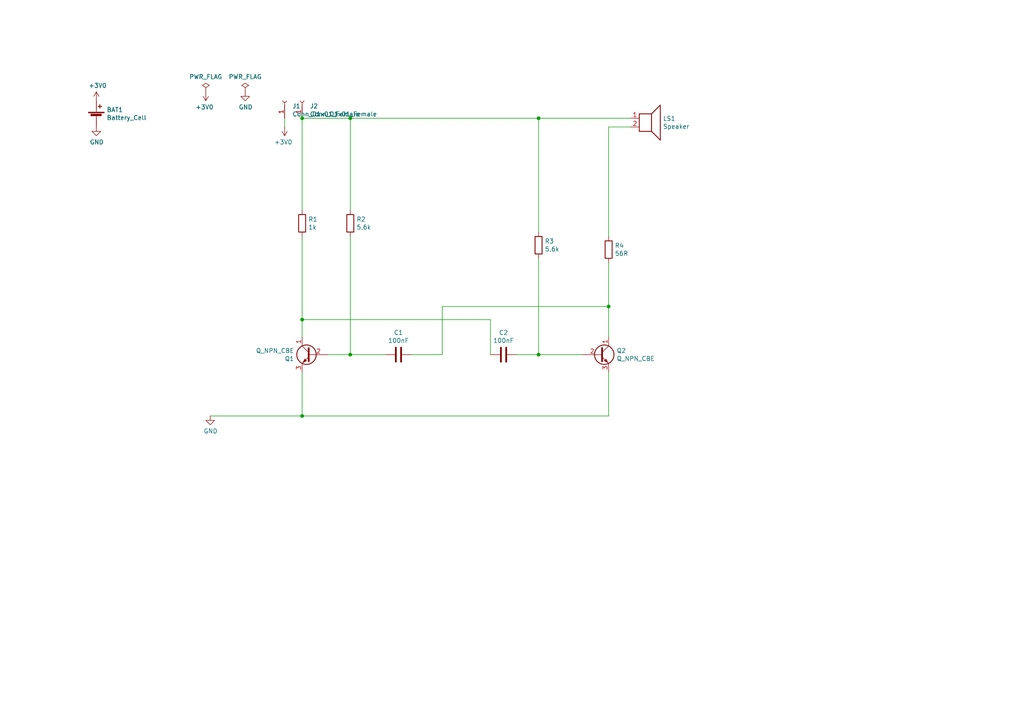
<source format=kicad_sch>
(kicad_sch (version 20211123) (generator eeschema)
  (paper "A4")
  (lib_symbols
    (symbol "Connector:Conn_01x01_Female" (pin_names (offset 1.016) hide)
      (property "Reference" "J" (at 0 2.54 0))
      (property "Value" "Conn_01x01_Female" (at 0 -2.54 0))
      (symbol "Conn_01x01_Female_1_1"
        (polyline (pts (xy -1.27 0) (xy -0.508 0)) (stroke (width 0.1524)))
        (arc (start 0 0.508) (mid -0.508 0) (end 0 -0.508) (stroke (width 0.1524)))
        (pin passive line (at -5.08 0 0) (length 3.81) (name "Pin_1") (number "1"))
      )
    )
    (symbol "Device:Battery_Cell" (pin_numbers hide) (pin_names (offset 0) hide)
      (property "Reference" "BT" (at 2.54 2.54 0))
      (property "Value" "Battery_Cell" (at 2.54 0 0))
      (symbol "Battery_Cell_0_1"
        (rectangle (start -2.286 1.778) (end 2.286 1.524) (fill (type outline)))
        (rectangle (start -1.5748 1.1938) (end 1.4732 0.6858) (fill (type outline)))
        (polyline (pts (xy 0 0.762) (xy 0 0)))
        (polyline (pts (xy 0 1.778) (xy 0 2.54)))
        (polyline (pts (xy 0.508 3.429) (xy 1.524 3.429)) (stroke (width 0.254)))
        (polyline (pts (xy 1.016 3.937) (xy 1.016 2.921)) (stroke (width 0.254)))
      )
      (symbol "Battery_Cell_1_1"
        (pin passive line (at 0 5.08 270) (length 2.54) (name "+") (number "1"))
        (pin passive line (at 0 -2.54 90) (length 2.54) (name "-") (number "2"))
      )
    )
    (symbol "Device:C" (pin_numbers hide) (pin_names (offset 0.254))
      (property "Reference" "C" (at 0.635 2.54 0))
      (property "Value" "C" (at 0.635 -2.54 0))
      (symbol "C_0_1"
        (polyline (pts (xy -2.032 -0.762) (xy 2.032 -0.762)) (stroke (width 0.508)))
        (polyline (pts (xy -2.032 0.762) (xy 2.032 0.762)) (stroke (width 0.508)))
      )
      (symbol "C_1_1"
        (pin passive line (at 0 3.81 270) (length 2.794) (name "~") (number "1"))
        (pin passive line (at 0 -3.81 90) (length 2.794) (name "~") (number "2"))
      )
    )
    (symbol "Device:Q_NPN_CBE" (pin_names (offset 0) hide)
      (property "Reference" "Q" (at 5.08 1.27 0))
      (property "Value" "Q_NPN_CBE" (at 5.08 -1.27 0))
      (symbol "Q_NPN_CBE_0_1"
        (polyline (pts (xy 0.635 0.635) (xy 2.54 2.54)))
        (polyline (pts (xy 0.635 -0.635) (xy 2.54 -2.54) (xy 2.54 -2.54)))
        (polyline (pts (xy 0.635 1.905) (xy 0.635 -1.905) (xy 0.635 -1.905)) (stroke (width 0.508)))
        (polyline (pts (xy 1.27 -1.778) (xy 1.778 -1.27) (xy 2.286 -2.286) (xy 1.27 -1.778) (xy 1.27 -1.778)) (fill (type outline)))
        (circle (center 1.27 0) (radius 2.8194) (stroke (width 0.254)))
      )
      (symbol "Q_NPN_CBE_1_1"
        (pin passive line (at 2.54 5.08 270) (length 2.54) (name "C") (number "1"))
        (pin input line (at -5.08 0 0) (length 5.715) (name "B") (number "2"))
        (pin passive line (at 2.54 -5.08 90) (length 2.54) (name "E") (number "3"))
      )
    )
    (symbol "Device:R" (pin_numbers hide) (pin_names (offset 0))
      (property "Reference" "R" (at 2.032 0 90))
      (property "Value" "R" (at 0 0 90))
      (symbol "R_0_1"
        (rectangle (start -1.016 -2.54) (end 1.016 2.54) (stroke (width 0.254)))
      )
      (symbol "R_1_1"
        (pin passive line (at 0 3.81 270) (length 1.27) (name "~") (number "1"))
        (pin passive line (at 0 -3.81 90) (length 1.27) (name "~") (number "2"))
      )
    )
    (symbol "Device:Speaker" (pin_names (offset 0) hide)
      (property "Reference" "LS" (at 1.27 5.715 0))
      (property "Value" "Speaker" (at 1.27 3.81 0))
      (symbol "Speaker_0_0"
        (rectangle (start -2.54 1.27) (end 1.016 -3.81) (stroke (width 0.254)))
        (polyline (pts (xy 1.016 1.27) (xy 3.556 3.81) (xy 3.556 -6.35) (xy 1.016 -3.81)) (stroke (width 0.254)))
      )
      (symbol "Speaker_1_1"
        (pin input line (at -5.08 0 0) (length 2.54) (name "1") (number "1"))
        (pin input line (at -5.08 -2.54 0) (length 2.54) (name "2") (number "2"))
      )
    )
    (symbol "power:+3V0" (power) (pin_names (offset 0))
      (property "Value" "+3V0" (at 0 3.556 0))
      (symbol "+3V0_0_1"
        (polyline (pts (xy -0.762 1.27) (xy 0 2.54)))
        (polyline (pts (xy 0 0) (xy 0 2.54)))
        (polyline (pts (xy 0 2.54) (xy 0.762 1.27)))
      )
      (symbol "+3V0_1_1"
        (pin power_in line (at 0 0 90) (length 0) hide (name "+3V0") (number "1"))
      )
    )
    (symbol "power:GND" (power) (pin_names (offset 0))
      (property "Value" "GND" (at 0 -3.81 0))
      (symbol "GND_0_1"
        (polyline (pts (xy 0 0) (xy 0 -1.27) (xy 1.27 -1.27) (xy 0 -2.54) (xy -1.27 -1.27) (xy 0 -1.27)))
      )
      (symbol "GND_1_1"
        (pin power_in line (at 0 0 270) (length 0) hide (name "GND") (number "1"))
      )
    )
    (symbol "power:PWR_FLAG" (power) (pin_numbers hide) (pin_names (offset 0) hide)
      (property "Value" "PWR_FLAG" (at 0 3.81 0))
      (symbol "PWR_FLAG_0_0"
        (pin power_out line (at 0 0 90) (length 0) (name "pwr") (number "1"))
      )
      (symbol "PWR_FLAG_0_1"
        (polyline (pts (xy 0 0) (xy 0 1.27) (xy -1.016 1.905) (xy 0 2.54) (xy 1.016 1.905) (xy 0 1.27)))
      )
    )
  )
  (junction (at 87.63 92.71))
  (junction (at 101.6 102.87))
  (junction (at 87.63 120.65))
  (junction (at 101.6 34.29))
  (junction (at 87.63 34.29))
  (junction (at 176.53 88.9))
  (junction (at 156.21 102.87))
  (junction (at 156.21 34.29))
  (wire (pts (xy 176.53 107.95) (xy 176.53 120.65)))
  (wire (pts (xy 101.6 34.29) (xy 156.21 34.29)))
  (wire (pts (xy 176.53 120.65) (xy 87.63 120.65)))
  (wire (pts (xy 168.91 102.87) (xy 156.21 102.87)))
  (wire (pts (xy 87.63 92.71) (xy 87.63 97.79)))
  (wire (pts (xy 142.24 102.87) (xy 142.24 92.71)))
  (wire (pts (xy 156.21 74.93) (xy 156.21 102.87)))
  (wire (pts (xy 156.21 102.87) (xy 149.86 102.87)))
  (wire (pts (xy 176.53 76.2) (xy 176.53 88.9)))
  (wire (pts (xy 119.38 102.87) (xy 128.27 102.87)))
  (wire (pts (xy 176.53 36.83) (xy 182.88 36.83)))
  (wire (pts (xy 128.27 88.9) (xy 176.53 88.9)))
  (wire (pts (xy 95.25 102.87) (xy 101.6 102.87)))
  (wire (pts (xy 176.53 68.58) (xy 176.53 36.83)))
  (wire (pts (xy 101.6 102.87) (xy 111.76 102.87)))
  (wire (pts (xy 101.6 60.96) (xy 101.6 34.29)))
  (wire (pts (xy 87.63 60.96) (xy 87.63 34.29)))
  (wire (pts (xy 176.53 88.9) (xy 176.53 97.79)))
  (wire (pts (xy 87.63 68.58) (xy 87.63 92.71)))
  (wire (pts (xy 82.55 34.29) (xy 82.55 36.83)))
  (wire (pts (xy 128.27 102.87) (xy 128.27 88.9)))
  (wire (pts (xy 87.63 120.65) (xy 87.63 107.95)))
  (wire (pts (xy 101.6 68.58) (xy 101.6 102.87)))
  (wire (pts (xy 87.63 34.29) (xy 101.6 34.29)))
  (wire (pts (xy 87.63 92.71) (xy 142.24 92.71)))
  (wire (pts (xy 87.63 120.65) (xy 60.96 120.65)))
  (wire (pts (xy 156.21 67.31) (xy 156.21 34.29)))
  (wire (pts (xy 156.21 34.29) (xy 182.88 34.29)))
  (symbol (lib_id "Device:Battery_Cell") (at 27.94 34.29 0) (unit 1)
    (property "Reference" "BAT1" (at 30.9372 31.8516 0) (effects (justify left)))
    (property "Value" "Battery_Cell" (at 30.9372 34.163 0) (effects (justify left)))
    (property "Footprint" "Connector_PinHeader_2.54mm:PinHeader_1x02_P2.54mm_Vertical" (effects hide))
  )
  (symbol (lib_id "power:GND") (at 27.94 36.83 0) (unit 1)
    (property "Reference" "#PWR02" (effects hide))
    (property "Value" "GND" (at 28.067 41.2242 0))
  )
  (symbol (lib_id "power:+3V0") (at 27.94 29.21 0) (unit 1)
    (property "Reference" "#PWR01" (effects hide))
    (property "Value" "+3V0" (at 28.321 24.8158 0))
  )
  (symbol (lib_id "power:PWR_FLAG") (at 59.69 26.67 0) (unit 1)
    (property "Reference" "#FLG02" (effects hide))
    (property "Value" "PWR_FLAG" (at 59.69 22.2758 0))
  )
  (symbol (lib_id "power:+3V0") (at 59.69 26.67 180) (unit 1)
    (property "Reference" "#PWR03" (effects hide))
    (property "Value" "+3V0" (at 59.309 31.0642 0))
  )
  (symbol (lib_id "power:PWR_FLAG") (at 71.12 26.67 0) (unit 1)
    (property "Reference" "#FLG03" (effects hide))
    (property "Value" "PWR_FLAG" (at 71.12 22.2758 0))
  )
  (symbol (lib_id "power:GND") (at 71.12 26.67 0) (unit 1)
    (property "Reference" "#PWR04" (effects hide))
    (property "Value" "GND" (at 71.247 31.0642 0))
  )
  (symbol (lib_id "power:GND") (at 60.96 120.65 0) (unit 1)
    (property "Reference" "#PWR06" (effects hide))
    (property "Value" "GND" (at 61.087 125.0442 0))
  )
  (symbol (lib_id "Device:Q_NPN_CBE") (at 173.99 102.87 0) (unit 1)
    (property "Reference" "Q2" (at 178.8414 101.7016 0) (effects (justify left)))
    (property "Value" "Q_NPN_CBE" (at 178.8414 104.013 0) (effects (justify left)))
    (property "Footprint" "Package_TO_SOT_THT:TO-92L_HandSolder" (effects hide))
  )
  (symbol (lib_id "Device:Q_NPN_CBE") (at 90.17 102.87 0) (mirror y) (unit 1)
    (property "Reference" "Q1" (at 85.3186 104.0384 0) (effects (justify left)))
    (property "Value" "Q_NPN_CBE" (at 85.3186 101.727 0) (effects (justify left)))
    (property "Footprint" "Package_TO_SOT_THT:TO-92L_HandSolder" (effects hide))
  )
  (symbol (lib_id "Device:C") (at 146.05 102.87 270) (unit 1)
    (property "Reference" "C2" (at 146.05 96.4692 90))
    (property "Value" "100nF" (at 146.05 98.7806 90))
    (property "Footprint" "Capacitor_THT:C_Disc_D5.0mm_W2.5mm_P5.00mm" (effects hide))
  )
  (symbol (lib_id "Device:C") (at 115.57 102.87 270) (unit 1)
    (property "Reference" "C1" (at 115.57 96.4692 90))
    (property "Value" "100nF" (at 115.57 98.7806 90))
    (property "Footprint" "Capacitor_THT:C_Disc_D5.0mm_W2.5mm_P5.00mm" (effects hide))
  )
  (symbol (lib_id "Device:R") (at 101.6 64.77 0) (unit 1)
    (property "Reference" "R2" (at 103.378 63.6016 0) (effects (justify left)))
    (property "Value" "5,6k" (at 103.378 65.913 0) (effects (justify left)))
    (property "Footprint" "Resistor_THT:R_Axial_DIN0411_L9.9mm_D3.6mm_P15.24mm_Horizontal" (effects hide))
  )
  (symbol (lib_id "Device:R") (at 87.63 64.77 0) (unit 1)
    (property "Reference" "R1" (at 89.408 63.6016 0) (effects (justify left)))
    (property "Value" "1k" (at 89.408 65.913 0) (effects (justify left)))
    (property "Footprint" "Resistor_THT:R_Axial_DIN0411_L9.9mm_D3.6mm_P15.24mm_Horizontal" (effects hide))
  )
  (symbol (lib_id "Device:R") (at 156.21 71.12 0) (unit 1)
    (property "Reference" "R3" (at 157.988 69.9516 0) (effects (justify left)))
    (property "Value" "5,6k" (at 157.988 72.263 0) (effects (justify left)))
    (property "Footprint" "Resistor_THT:R_Axial_DIN0411_L9.9mm_D3.6mm_P15.24mm_Horizontal" (effects hide))
  )
  (symbol (lib_id "Device:Speaker") (at 187.96 34.29 0) (unit 1)
    (property "Reference" "LS1" (at 192.278 34.3916 0) (effects (justify left)))
    (property "Value" "Speaker" (at 192.278 36.703 0) (effects (justify left)))
    (property "Footprint" "Binary_Kitchen:Speaker" (effects hide))
  )
  (symbol (lib_id "Connector:Conn_01x01_Female") (at 87.63 29.21 90) (unit 1)
    (property "Reference" "J2" (at 89.8652 30.7848 90) (effects (justify right)))
    (property "Value" "Conn_01x01_Female" (at 89.8652 33.0962 90) (effects (justify right)))
    (property "Footprint" "Connector:Banana_Jack_1Pin" (effects hide))
  )
  (symbol (lib_id "Connector:Conn_01x01_Female") (at 82.55 29.21 90) (unit 1)
    (property "Reference" "J1" (at 84.7852 30.7848 90) (effects (justify right)))
    (property "Value" "Conn_01x01_Female" (at 84.7852 33.0962 90) (effects (justify right)))
    (property "Footprint" "Connector:Banana_Jack_1Pin" (effects hide))
  )
  (symbol (lib_id "power:+3V0") (at 82.55 36.83 180) (unit 1)
    (property "Reference" "#PWR0101" (effects hide))
    (property "Value" "+3V0" (at 82.169 41.2242 0))
  )
  (symbol (lib_id "Device:R") (at 176.53 72.39 0) (unit 1)
    (property "Reference" "R4" (at 178.308 71.2216 0) (effects (justify left)))
    (property "Value" "56R" (at 178.308 73.533 0) (effects (justify left)))
    (property "Footprint" "Resistor_THT:R_Axial_DIN0411_L9.9mm_D3.6mm_P15.24mm_Horizontal" (effects hide))
  )
)
</source>
